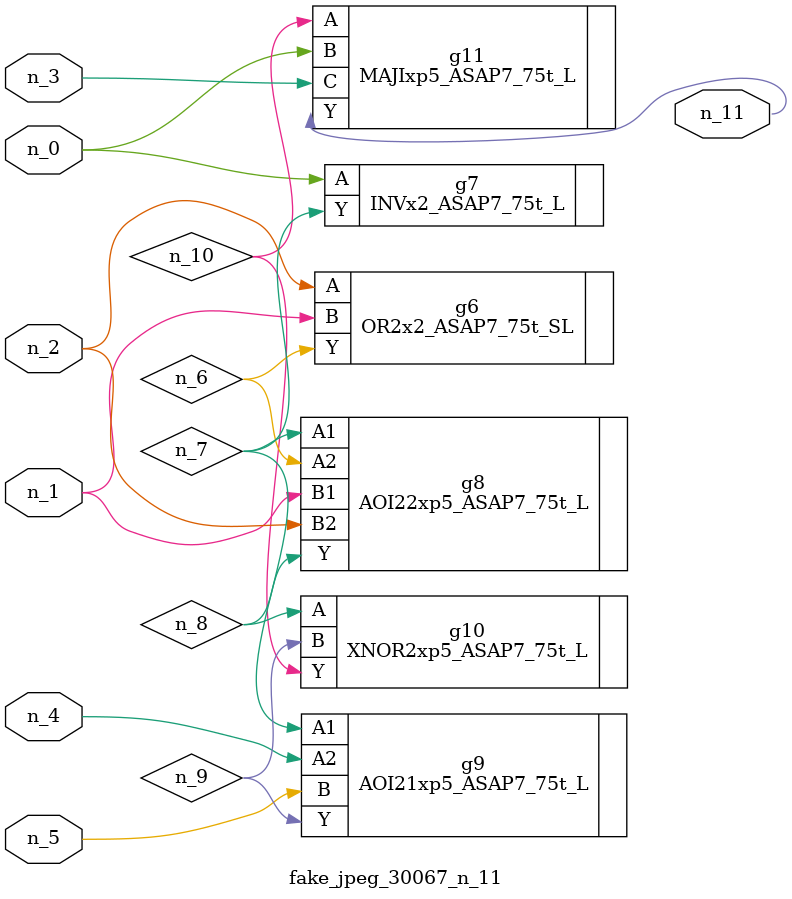
<source format=v>
module fake_jpeg_30067_n_11 (n_3, n_2, n_1, n_0, n_4, n_5, n_11);

input n_3;
input n_2;
input n_1;
input n_0;
input n_4;
input n_5;

output n_11;

wire n_10;
wire n_8;
wire n_9;
wire n_6;
wire n_7;

OR2x2_ASAP7_75t_SL g6 ( 
.A(n_2),
.B(n_1),
.Y(n_6)
);

INVx2_ASAP7_75t_L g7 ( 
.A(n_0),
.Y(n_7)
);

AOI22xp5_ASAP7_75t_L g8 ( 
.A1(n_7),
.A2(n_6),
.B1(n_1),
.B2(n_2),
.Y(n_8)
);

XNOR2xp5_ASAP7_75t_L g10 ( 
.A(n_8),
.B(n_9),
.Y(n_10)
);

AOI21xp5_ASAP7_75t_L g9 ( 
.A1(n_7),
.A2(n_4),
.B(n_5),
.Y(n_9)
);

MAJIxp5_ASAP7_75t_L g11 ( 
.A(n_10),
.B(n_0),
.C(n_3),
.Y(n_11)
);


endmodule
</source>
